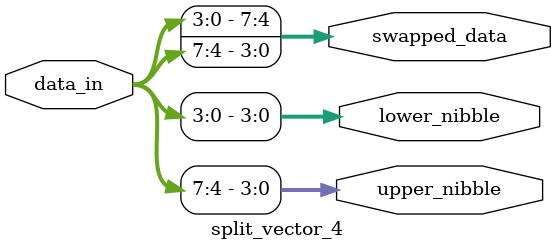
<source format=v>
module split_vector_4 (
    input  wire [7:0] data_in,   // 8-bit input bus
    output wire [3:0] upper_nibble, // Bits 7, 6, 5, 4
    output wire [3:0] lower_nibble, // Bits 3, 2, 1, 0
    output wire [7:0] swapped_data  // Re-combined data
);

    // 1. Splitting using Bit-Slicing
    assign upper_nibble = data_in[7:4];
    assign lower_nibble = data_in[3:0];

    // 2. Joining using Concatenation { }
    assign swapped_data = {lower_nibble, upper_nibble};

endmodule
</source>
